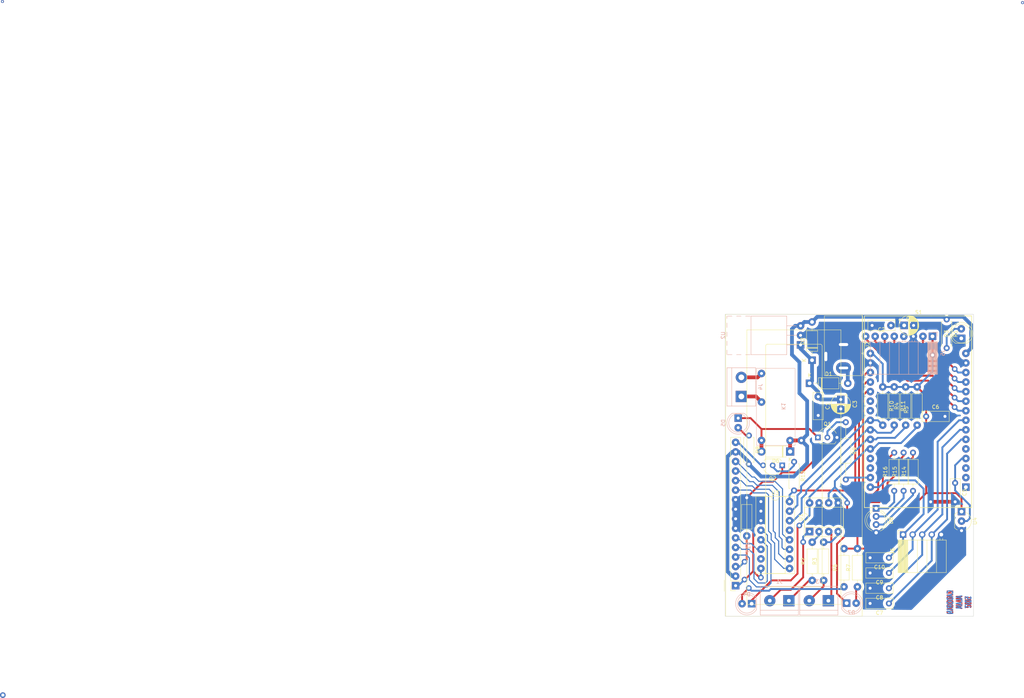
<source format=kicad_pcb>
(kicad_pcb (version 20221018) (generator pcbnew)
  (layers (0 "F.Cu" signal) (31 "B.Cu" signal) (34 "B.Paste" user) (35 "F.Paste" user) (36 "B.SilkS" user "B.Silkscreen") (37 "F.SilkS" user "F.Silkscreen") (38 "B.Mask" user) (39 "F.Mask" user) (44 "Edge.Cuts" user))
  (net 0 "")
  (net 1 "Net-(D1-K)")
  (net 2 "GND")
  (net 3 "+5V")
  (net 4 "Net-(D1-A)")
  (net 5 "Net-(D3-A)")
  (net 6 "Net-(D4-A)")
  (net 7 "Net-(D5-K)")
  (net 8 "Net-(D5-A)")
  (net 9 "Net-(D7-A)")
  (net 10 "+3.3V")
  (net 11 "Net-(DS1-VO)")
  (net 12 "/LCD_E")
  (net 13 "/LCD_R{slash}W")
  (net 14 "/LCD_RS")
  (net 15 "/LCD_4")
  (net 16 "/LCD_5")
  (net 17 "/LCD_6")
  (net 18 "/LCD_7")
  (net 19 "Net-(J3-Pin_1)")
  (net 20 "Net-(J3-Pin_2)")
  (net 21 "Net-(J4-Pin_1)")
  (net 22 "Net-(J4-Pin_2)")
  (net 23 "/RFID_SS")
  (net 24 "/RFID_SCK")
  (net 25 "/RFID_MOSI")
  (net 26 "/RFID_MISO")
  (net 28 "/RFID_RSI")
  (net 29 "Net-(Q1-B)")
  (net 30 "Net-(J1-Pin_1)")
  (net 31 "Net-(R2-Pad2)")
  (net 32 "Net-(R3-Pad2)")
  (net 33 "/RELÈ")
  (net 34 "/LCD_SDA")
  (net 35 "/LCD_SCL")
  (net 39 "/LM35")
  (net 42 "/PULS_4")
  (net 43 "/PULS_3")
  (net 44 "/PULS_2")
  (net 45 "/PULS_1")
  (net 48 "Net-(J1-Pin_2)")
  (net 51 "/ISO_IN_1")
  (net 52 "/ISO_IN_2")
  (net 53 "Net-(DS1-LED(-))")
  (net 54 "/LCD_LED")
  (net 56 "/RGB_R")
  (net 57 "/RGB_G")
  (net 58 "/RGB_B")
  (net 59 "Net-(D8-RK)")
  (net 60 "Net-(D8-GK)")
  (net 61 "Net-(D8-BK)")
  (footprint "Capacitor_THT:C_Disc_D7.0mm_W2.5mm_P5.00mm" (layer "F.Cu") (at 229.58 117.844 -90)
    (fp_text reference "C1")
    (fp_text value "10n")
  )
  (footprint "Resistor_THT:R_Axial_DIN0207_L6.3mm_D2.5mm_P10.16mm_Horizontal" (layer "F.Cu") (at 227.98 166.7 90)
    (fp_text reference "R2")
    (fp_text value "470")
  )
  (footprint "TPSIT FOFO:Connettore_Alimentazione_Femmina_2.5mm" (layer "F.Cu") (at 236.3095 104 -90)
    (fp_text reference "J2")
    (fp_text value "Barrel_Jack_Switch")
  )
  (footprint "Package_TO_SOT_THT:TO-92L_Inline_Wide" (layer "F.Cu") (at 220.01 136.11 180)
    (fp_text reference "Q2")
    (fp_text value "BC547")
  )
  (footprint "Resistor_THT:R_Axial_DIN0207_L6.3mm_D2.5mm_P10.16mm_Horizontal" (layer "F.Cu") (at 252.828 125.432 90)
    (fp_text reference "R4")
    (fp_text value "10k")
  )
  (footprint "Resistor_THT:R_Axial_DIN0207_L6.3mm_D2.5mm_P10.16mm_Horizontal" (layer "F.Cu") (at 255.876 125.432 90)
    (fp_text reference "R5")
    (fp_text value "10k")
  )
  (footprint "Resistor_THT:R_Axial_DIN0207_L6.3mm_D2.5mm_P10.16mm_Horizontal" (layer "F.Cu") (at 254.78 142.9 90)
    (fp_text reference "R14")
    (fp_text value "470")
  )
  (footprint "Resistor_THT:R_Axial_DIN0207_L6.3mm_D2.5mm_P15.24mm_Horizontal" (layer "F.Cu") (at 236.905 124.65 -90)
    (fp_text reference "R9")
    (fp_text value "10k")
  )
  (footprint "Package_DIP:DIP-16_W7.62mm_Socket" (layer "F.Cu") (at 214.34 145.744)
    (fp_text reference "U3")
    (fp_text value "PCF8574")
  )
  (footprint "TPSIT FOFO:MODULE_ESP32_DEVKIT_V1" (layer "F.Cu") (at 256.136 121.868)
    (fp_text reference "S1")
    (fp_text value "ESP32-WROOM-32")
  )
  (footprint "Resistor_THT:R_Axial_DIN0207_L6.3mm_D2.5mm_P7.62mm_Horizontal" (layer "F.Cu") (at 211.14 128.18 -90)
    (fp_text reference "R8")
    (fp_text value "470")
  )
  (footprint "Capacitor_THT:CP_Radial_D5.0mm_P2.50mm" (layer "F.Cu") (at 235.58 118.6 -90)
    (fp_text reference "C3")
    (fp_text value "220u")
  )
  (footprint "Capacitor_THT:C_Disc_D7.0mm_W2.5mm_P5.00mm" (layer "F.Cu") (at 248.37 172.83 180)
    (fp_text reference "C7")
    (fp_text value "100n")
  )
  (footprint "LED_THT:LED_D5.0mm" (layer "F.Cu") (at 267.62 102.36 90)
    (fp_text reference "D3")
    (fp_text value "LED" hide)
  )
  (footprint "LED_THT:LED_D5.0mm-4_RGB_Wide_Pins" (layer "F.Cu") (at 244.98 147.541 -90)
    (fp_text reference "D8")
    (fp_text value "LED_RGBA")
  )
  (footprint "Capacitor_THT:CP_Radial_D5.0mm_P2.50mm" (layer "F.Cu") (at 252.43 98.91)
    (fp_text reference "C4")
    (fp_text value "220u")
  )
  (footprint "TPSIT FOFO:Socket_DIP-8_dual_DIP-4" (layer "F.Cu") (at 227.28 153.72 90)
    (fp_text reference "U1")
    (fp_text value "Dual")
  )
  (footprint "TPSIT FOFO:LCD" (layer "F.Cu") (at 207.616 168.104 180)
    (fp_text reference "DS1" hide)
    (fp_text value "WC1602A")
  )
  (footprint "Resistor_THT:R_Axial_DIN0207_L6.3mm_D2.5mm_P10.16mm_Horizontal" (layer "F.Cu") (at 252.28 142.9 90)
    (fp_text reference "R15")
    (fp_text value "470")
  )
  (footprint "Resistor_THT:R_Axial_DIN0207_L6.3mm_D2.5mm_P10.16mm_Horizontal" (layer "F.Cu") (at 249.78 142.9 90)
    (fp_text reference "R16")
    (fp_text value "470")
  )
  (footprint "Resistor_THT:R_Axial_DIN0207_L6.3mm_D2.5mm_P7.62mm_Horizontal" (layer "F.Cu") (at 263.73 97.32 -90)
    (fp_text reference "R1")
    (fp_text value "470")
  )
  (footprint "Resistor_THT:R_Axial_DIN0207_L6.3mm_D2.5mm_P10.16mm_Horizontal" (layer "F.Cu") (at 231.028 166.7 90)
    (fp_text reference "R3")
    (fp_text value "470")
  )
  (footprint "Capacitor_THT:C_Disc_D7.0mm_W2.5mm_P5.00mm" (layer "F.Cu") (at 265.98 140.8 -90)
    (fp_text reference "C5")
    (fp_text value "100n")
  )
  (footprint "Resistor_THT:R_Axial_DIN0207_L6.3mm_D2.5mm_P10.16mm_Horizontal" (layer "F.Cu") (at 240.005 168.41 90)
    (fp_text reference "R7")
    (fp_text value "470")
  )
  (footprint "Resistor_THT:R_Axial_DIN0207_L6.3mm_D2.5mm_P10.16mm_Horizontal" (layer "F.Cu") (at 236.43 168.41 90)
    (fp_text reference "R6")
    (fp_text value "470")
  )
  (footprint "Diode_THT:D_DO-41_SOD81_P10.16mm_Horizontal" (layer "F.Cu") (at 227.28 114.3)
    (fp_text reference "D1")
    (fp_text value "1N4004")
  )
  (footprint "Resistor_THT:R_Axial_DIN0207_L6.3mm_D2.5mm_P7.62mm_Horizontal" (layer "F.Cu") (at 223.16 135.17 -90)
    (fp_text reference "R13")
    (fp_text value "2K")
  )
  (footprint "Package_TO_SOT_THT:TO-92_Inline_Wide" (layer "F.Cu") (at 267.68 148.4 -90)
    (fp_text reference "U4")
    (fp_text value "MCP9700Ax-ETT")
  )
  (footprint "Capacitor_THT:C_Disc_D7.0mm_W2.5mm_P5.00mm" (layer "F.Cu") (at 248.91 98.92 180)
    (fp_text reference "C2")
    (fp_text value "10n")
  )
  (footprint "Capacitor_THT:C_Disc_D7.0mm_W2.5mm_P5.00mm" (layer "F.Cu") (at 258.28 123.1)
    (fp_text reference "C6")
    (fp_text value "100n")
  )
  (footprint "Diode_THT:D_DO-41_SOD81_P10.16mm_Horizontal" (layer "F.Cu") (at 227.936 108.16 90)
    (fp_text reference "D2")
    (fp_text value "1N4004")
  )
  (footprint "Capacitor_THT:C_Disc_D7.0mm_W2.5mm_P5.00mm" (layer "F.Cu") (at 248.37 164.73 180)
    (fp_text reference "C9")
    (fp_text value "100n")
  )
  (footprint "Resistor_THT:R_Axial_DIN0207_L6.3mm_D2.5mm_P10.16mm_Horizontal" (layer "F.Cu") (at 210.58 154.88 90)
    (fp_text reference "R12")
    (fp_text value "2K")
  )
  (footprint "Resistor_THT:R_Axial_DIN0207_L6.3mm_D2.5mm_P10.16mm_Horizontal" (layer "F.Cu") (at 249.78 115.272 -90)
    (fp_text reference "R11")
    (fp_text value "10k")
  )
  (footprint "Capacitor_THT:C_Disc_D7.0mm_W2.5mm_P5.00mm" (layer "F.Cu") (at 248.37 168.78 180)
    (fp_text reference "C8")
    (fp_text value "100n")
  )
  (footprint "Capacitor_THT:C_Disc_D7.0mm_W2.5mm_P5.00mm" (layer "F.Cu") (at 248.37 160.68 180)
    (fp_text reference "C10")
    (fp_text value "100n")
  )
  (footprint "Resistor_THT:R_Axial_DIN0207_L6.3mm_D2.5mm_P10.16mm_Horizontal" (layer "F.Cu") (at 246.732 115.272 -90)
    (fp_text reference "R10")
    (fp_text value "10k")
  )
  (footprint "Connector_PinSocket_2.54mm:PinSocket_1x05_P2.54mm_Horizontal" (layer "F.Cu") (at 252.14 154.52 90)
    (fp_text reference "J6")
    (fp_text value "Conn_01x05_Socket")
  )
  (footprint "Diode_THT:D_DO-41_SOD81_P7.62mm_Horizontal" (layer "F.Cu") (at 222.11 132.44 180)
    (fp_text reference "D6")
    (fp_text value "1N4004")
  )
  (footprint "Package_TO_SOT_THT:TO-92L_Inline_Wide" (layer "F.Cu") (at 229.48 128.7)
    (fp_text reference "Q1")
    (fp_text value "BC547")
  )
  (footprint "TPSIT FOFO:TerminalBlock_bornier-2_P5.08mm" (layer "B.Cu") (at 209.14 117.804 90)
    (fp_text reference "J4")
    (fp_text value "Screw_Terminal_01x02")
  )
  (footprint "LED_THT:LED_D5.0mm" (layer "B.Cu") (at 211.88 172.9 180)
    (fp_text reference "D4")
    (fp_text value "LED")
  )
  (footprint "TPSIT FOFO:Rele_HF33F_CodiceRS_176-2640" (layer "B.Cu") (at 218.284 120.3948 90)
    (fp_text reference "K1")
    (fp_text value "Relay_SPST-NO")
  )
  (footprint "Package_TO_SOT_THT:TO-220-3_Horizontal_TabUp" (layer "B.Cu") (at 224.888 104.096 90)
    (fp_text reference "U2")
    (fp_text value "LM7805_TO220")
  )
  (footprint "TPSIT FOFO:TerminalBlock_bornier-2_P5.08mm" (layer "B.Cu") (at 221.78 172.1 180)
    (fp_text reference "J1")
    (fp_text value "Screw_Terminal_01x02")
  )
  (footprint "Connector_PinSocket_2.54mm:PinSocket_1x08_P2.54mm_Horizontal" (layer "B.Cu") (at 259.96 101.82 90)
    (fp_text reference "J5")
    (fp_text value "Conn_01x08_Socket")
  )
  (footprint "LED_THT:LED_D5.0mm" (layer "B.Cu") (at 208.3 123.565 -90)
    (fp_text reference "D5")
    (fp_text value "LED")
  )
  (footprint "LED_THT:LED_D5.0mm" (layer "B.Cu") (at 237.13 172.75)
    (fp_text reference "D7")
    (fp_text value "LED")
  )
  (footprint "TPSIT FOFO:TerminalBlock_bornier-2_P5.08mm" (layer "B.Cu") (at 232.28 172.1 180)
    (fp_text reference "J3")
    (fp_text value "Screw_Terminal_01x02")
  )
  (gr_rect (start 204.828 95.968) (end 270.868 176.224) (stroke (width 0.1)) (fill none) (layer "Edge.Cuts"))
  (gr_text "CADORIN\nALAN\n5DIT" (at 267.08 172.5 90) (layer "F.Cu") (effects (font (size 1.5 1) (thickness 0.25) bold)))
  (gr_text "CADORIN\nALAN\n5DIT" (at 267.08 172.5 90) (layer "B.Cu") (effects (font (size 1.5 1) (thickness 0.25) bold) (justify mirror)))
  (via (at 12.7 12.8) (size 0.8) (drill 0.4) (layers "F.Cu" "B.Cu") (net 0))
  (via (at 283.9 13.1) (size 0.8) (drill 0.4) (layers "F.Cu" "B.Cu") (net 0))
  (via (at 12.8 197.2) (size 1.5) (drill 0.8) (layers "F.Cu" "B.Cu") (net 0))
  (segment (start 224.888 104.096) (end 224.888 105.112) (width 1) (layer "B.Cu") (net 1))
  (segment (start 229.58 117.844) (end 229.58 117.95) (width 1) (layer "B.Cu") (net 1))
  (segment (start 224.888 105.112) (end 227.936 108.16) (width 1) (layer "B.Cu") (net 1))
  (segment (start 229.58 116.6) (end 227.28 114.3) (width 1) (layer "B.Cu") (net 1))
  (segment (start 229.58 117.844) (end 229.58 116.6) (width 1) (layer "B.Cu") (net 1))
  (segment (start 230.23 118.6) (end 235.58 118.6) (width 1) (layer "B.Cu") (net 1))
  (segment (start 227.936 113.644) (end 227.28 114.3) (width 1) (layer "B.Cu") (net 1))
  (segment (start 229.58 117.95) (end 230.23 118.6) (width 1) (layer "B.Cu") (net 1))
  (segment (start 227.936 108.16) (end 227.936 113.644) (width 1) (layer "B.Cu") (net 1))
  (segment (start 212.308 164.272) (end 212.308 146.448) (width 0.5) (layer "F.Cu") (net 2))
  (segment (start 265.98 145.8) (end 259.47 145.81) (width 1) (layer "F.Cu") (net 2))
  (segment (start 210.1 166.48) (end 212.308 164.272) (width 0.5) (layer "F.Cu") (net 2))
  (segment (start 259.47 145.81) (end 259.66 145.8) (width 1) (layer "F.Cu") (net 2))
  (segment (start 210.58 144.72) (end 214.85 140.45) (width 0.5) (layer "F.Cu") (net 2))
  (segment (start 214.34 165.9465) (end 213.9825 165.9465) (width 0.5) (layer "F.Cu") (net 2))
  (segment (start 220.01 137.99) (end 220.01 136.11) (width 0.5) (layer "F.Cu") (net 2))
  (segment (start 213.9825 165.9465) (end 212.308 164.272) (width 0.5) (layer "F.Cu") (net 2))
  (segment (start 225.27 137.99) (end 220.01 137.99) (width 0.5) (layer "F.Cu") (net 2))
  (segment (start 209.98 166.48) (end 210.1 166.48) (width 0.5) (layer "F.Cu") (net 2))
  (segment (start 217.55 140.45) (end 220.01 137.99) (width 0.5) (layer "F.Cu") (net 2))
  (segment (start 234.56 128.7) (end 225.27 137.99) (width 0.5) (layer "F.Cu") (net 2))
  (segment (start 214.85 140.45) (end 217.55 140.45) (width 0.5) (layer "F.Cu") (net 2))
  (segment (start 212.308 146.448) (end 210.58 144.72) (width 0.5) (layer "F.Cu") (net 2))
  (via (at 259.47 145.81) (size 1.5) (drill 0.8) (layers "F.Cu" "B.Cu") (net 2))
  (via (at 214.34 165.9465) (size 1.5) (drill 0.8) (layers "F.Cu" "B.Cu") (net 2))
  (via (at 209.98 166.48) (size 1.5) (drill 0.8) (layers "F.Cu" "B.Cu") (net 2))
  (segment (start 209.98 166.48) (end 208.356 168.104) (width 0.5) (layer "B.Cu") (net 2))
  (segment (start 208.356 168.104) (end 207.616 168.104) (width 0.5) (layer "B.Cu") (net 2))
  (segment (start 214.34 163.524) (end 214.34 165.9465) (width 0.5) (layer "B.Cu") (net 2))
  (segment (start 222.099 132.429) (end 222.11 132.44) (width 1) (layer "F.Cu") (net 3))
  (segment (start 222.099 129.5134) (end 222.099 132.429) (width 1) (layer "F.Cu") (net 3))
  (segment (start 222.1124 129.5) (end 222.099 129.5134) (width 1) (layer "F.Cu") (net 3))
  (segment (start 225.11 129.5) (end 222.1124 129.5) (width 1) (layer "F.Cu") (net 3))
  (via (at 225.11 129.5) (size 2) (drill 0.8) (layers "F.Cu" "B.Cu") (net 3))
  (segment (start 225.11 129.5) (end 226.64 127.97) (width 1) (layer "B.Cu") (net 3))
  (segment (start 248.92 98.91) (end 248.91 98.92) (width 1) (layer "B.Cu") (net 3))
  (segment (start 207.616 132.544) (end 208.444 132.544) (width 1) (layer "B.Cu") (net 3))
  (segment (start 268.15 96.63) (end 264.42 96.63) (width 1) (layer "B.Cu") (net 3))
  (segment (start 270.2 104.66) (end 270.22 104.64) (width 1) (layer "B.Cu") (net 3))
  (segment (start 225.11 129.5) (end 226.64 131.03) (width 1) (layer "B.Cu") (net 3))
  (segment (start 223.09 139.08) (end 214.42 139.08) (width 1) (layer "B.Cu") (net 3))
  (segment (start 223.464 99.016) (end 224.888 99.016) (width 1) (layer "B.Cu") (net 3))
  (segment (start 263.04 96.63) (end 262.68 96.63) (width 1) (layer "B.Cu") (net 3))
  (segment (start 252.43 98.91) (end 250.56 98.91) (width 1) (layer "B.Cu") (net 3))
  (segment (start 226.64 131.03) (end 226.64 135.53) (width 1) (layer "B.Cu") (net 3))
  (segment (start 207.624 165.556) (end 207.616 165.564) (width 0.5) (layer "B.Cu") (net 3))
  (segment (start 229.306 96.63) (end 227.936 98) (width 1) (layer "B.Cu") (net 3))
  (segment (start 263.73 97.32) (end 263.04 96.63) (width 1) (layer "B.Cu") (net 3))
  (segment (start 226.64 127.97) (end 226.64 118.99) (width 1) (layer "B.Cu") (net 3))
  (segment (start 208.444 132.544) (end 211.14 135.24) (width 1) (layer "B.Cu") (net 3))
  (segment (start 205.44 164.276) (end 205.44 133.816) (width 1) (layer "B.Cu") (net 3))
  (segment (start 227.936 98) (end 225.904 98) (width 1) (layer "B.Cu") (net 3))
  (segment (start 262.68 96.63) (end 250.53 96.63) (width 1) (layer "B.Cu") (net 3))
  (segment (start 205.44 133.816) (end 206.712 132.544) (width 1) (layer "B.Cu") (net 3))
  (segment (start 214.42 139.08) (end 211.14 135.8) (width 1) (layer "B.Cu") (net 3))
  (segment (start 268.836 106.353) (end 270.2 104.989) (width 1) (layer "B.Cu") (net 3))
  (segment (start 270.22 104.64) (end 270.22 98.7) (width 1) (layer "B.Cu") (net 3))
  (segment (start 207.616 165.564) (end 206.728 165.564) (width 1) (layer "B.Cu") (net 3))
  (segment (start 222.6 106.7) (end 222.6 99.88) (width 1) (layer "B.Cu") (net 3))
  (segment (start 226.64 118.99) (end 224.59 116.94) (width 1) (layer "B.Cu") (net 3))
  (segment (start 250.56 98.91) (end 250.56 96.66) (width 1) (layer "B.Cu") (net 3))
  (segment (start 225.904 98) (end 224.888 99.016) (width 1) (layer "B.Cu") (net 3))
  (segment (start 206.728 165.564) (end 205.44 164.276) (width 1) (layer "B.Cu") (net 3))
  (segment (start 250.53 96.63) (end 229.306 96.63) (width 1) (layer "B.Cu") (net 3))
  (segment (start 222.6 99.88) (end 223.464 99.016) (width 1) (layer "B.Cu") (net 3))
  (segment (start 250.56 98.91) (end 248.92 98.91) (width 1) (layer "B.Cu") (net 3))
  (segment (start 211.14 135.24) (end 211.14 135.8) (width 1) (layer "B.Cu") (net 3))
  (segment (start 270.22 98.7) (end 268.15 96.63) (width 1) (layer "B.Cu") (net 3))
  (segment (start 264.42 96.63) (end 263.73 97.32) (width 1) (layer "B.Cu") (net 3))
  (segment (start 226.64 135.53) (end 223.09 139.08) (width 1) (layer "B.Cu") (net 3))
  (segment (start 206.712 132.544) (end 207.616 132.544) (width 1) (layer "B.Cu") (net 3))
  (segment (start 224.59 116.94) (end 224.59 108.69) (width 1) (layer "B.Cu") (net 3))
  (segment (start 270.2 104.989) (end 270.2 104.66) (width 1) (layer "B.Cu") (net 3))
  (segment (start 224.59 108.69) (end 222.6 106.7) (width 1) (layer "B.Cu") (net 3))
  (segment (start 237.44 111.3535) (end 236.3095 110.223) (width 1) (layer "B.Cu") (net 4))
  (segment (start 237.44 114.3) (end 237.44 111.3535) (width 1) (layer "B.Cu") (net 4))
  (segment (start 265.8 99.82) (end 267.62 99.82) (width 0.5) (layer "B.Cu") (net 5))
  (segment (start 263.73 104.94) (end 263.73 101.89) (width 0.5) (layer "B.Cu") (net 5))
  (segment (start 263.73 101.89) (end 265.8 99.82) (width 0.5) (layer "B.Cu") (net 5))
  (segment (start 211.13 168.75) (end 209.34 170.54) (width 0.5) (layer "F.Cu") (net 6))
  (segment (start 209.34 170.54) (end 209.34 172.9) (width 0.5) (layer "F.Cu") (net 6))
  (via (at 211.13 168.75) (size 1.5) (drill 0.8) (layers "F.Cu" "B.Cu") (net 6))
  (segment (start 211.83 169.45) (end 216.53 169.45) (width 0.5) (layer "B.Cu") (net 6))
  (segment (start 216.98 169) (end 235.84 169) (width 0.5) (layer "B.Cu") (net 6))
  (segment (start 211.13 168.75) (end 211.83 169.45) (width 0.5) (layer "B.Cu") (net 6))
  (segment (start 235.84 169) (end 236.43 168.41) (width 0.5) (layer "B.Cu") (net 6))
  (segment (start 216.53 169.45) (end 216.98 169) (width 0.5) (layer "B.Cu") (net 6))
  (segment (start 214.49 129.4974) (end 214.4994 129.488) (width 1) (layer "F.Cu") (net 7))
  (segment (start 227.23 126.45) (end 229.48 128.7) (width 0.5) (layer "F.Cu") (net 7))
  (segment (start 214.4894 126.4594) (end 214.4994 126.4594) (width 0.5) (layer "F.Cu") (net 7))
  (segment (start 208.3 123.565) (end 211.595 123.565) (width 0.5) (layer "F.Cu") (net 7))
  (segment (start 214.5088 126.45) (end 227.23 126.45) (width 0.5) (layer "F.Cu") (net 7))
  (segment (start 211.595 123.565) (end 214.4894 126.4594) (width 0.5) (layer "F.Cu") (net 7))
  (segment (start 214.4994 126.4594) (end 214.4994 129.488) (width 0.5) (layer "F.Cu") (net 7))
  (segment (start 214.4994 126.4594) (end 214.5088 126.45) (width 0.5) (layer "F.Cu") (net 7))
  (segment (start 214.49 132.44) (end 214.49 129.4974) (width 1) (layer "F.Cu") (net 7))
  (segment (start 211.14 128.18) (end 210.375 128.18) (width 0.5) (layer "F.Cu") (net 8))
  (segment (start 210.375 128.18) (end 208.3 126.105) (width 0.5) (layer "F.Cu") (net 8))
  (segment (start 239.67 172.75) (end 239.67 168.745) (width 0.5) (layer "F.Cu") (net 9))
  (segment (start 239.67 168.745) (end 240.005 168.41) (width 0.5) (layer "F.Cu") (net 9))
  (segment (start 266.28 143.5) (end 258.28 143.5) (width 0.5) (layer "F.Cu") (net 10))
  (segment (start 240.005 146.125) (end 236.68 142.8) (width 0.5) (layer "F.Cu") (net 10))
  (segment (start 267.68 148.4) (end 267.68 144.9) (width 0.5) (layer "F.Cu") (net 10))
  (segment (start 258.28 117.676) (end 255.876 115.272) (width 0.5) (layer "F.Cu") (net 10))
  (segment (start 236.68 142.8) (end 223.17 142.8) (width 0.5) (layer "F.Cu") (net 10))
  (segment (start 240.005 158.25) (end 240.005 146.125) (width 0.5) (layer "F.Cu") (net 10))
  (segment (start 240.005 158.25) (end 236.43 158.25) (width 0.5) (layer "F.Cu") (net 10))
  (segment (start 223.17 142.8) (end 223.16 142.79) (width 0.5) (layer "F.Cu") (net 10))
  (segment (start 259.98 101.84) (end 259.96 101.82) (width 0.5) (layer "F.Cu") (net 10))
  (segment (start 258.28 143.5) (end 243.53 158.25) (width 0.5) (layer "F.Cu") (net 10))
  (segment (start 243.53 158.25) (end 240.005 158.25) (width 0.5) (layer "F.Cu") (net 10))
  (segment (start 259.96 101.82) (end 259.96 102.525) (width 0.5) (layer "F.Cu") (net 10))
  (segment (start 267.68 144.9) (end 266.28 143.5) (width 0.5) (layer "F.Cu") (net 10))
  (segment (start 258.28 143.5) (end 258.28 117.676) (width 0.5) (layer "F.Cu") (net 10))
  (segment (start 259.98 106.8) (end 259.98 101.84) (width 0.5) (layer "F.Cu") (net 10))
  (via (at 259.98 106.8) (size 1.5) (drill 0.8) (layers "F.Cu" "B.Cu") (net 10))
  (segment (start 252.828 115.272) (end 249.78 115.272) (width 0.5) (layer "B.Cu") (net 10))
  (segment (start 246.732 109.127) (end 243.958 106.353) (width 0.5) (layer "B.Cu") (net 10))
  (segment (start 221.96 145.744) (end 221.96 143.99) (width 0.5) (layer "B.Cu") (net 10))
  (segment (start 259.98 111.168) (end 255.876 115.272) (width 0.5) (layer "B.Cu") (net 10))
  (segment (start 259.98 106.8) (end 259.98 111.168) (width 0.5) (layer "B.Cu") (net 10))
  (segment (start 243.958 106.353) (end 243.436 106.353) (width 0.5) (layer "B.Cu") (net 10))
  (segment (start 246.732 115.272) (end 249.78 115.272) (width 0.5) (layer "B.Cu") (net 10))
  (segment (start 252.828 115.272) (end 255.876 115.272) (width 0.5) (layer "B.Cu") (net 10))
  (segment (start 246.732 115.272) (end 246.732 109.127) (width 0.5) (layer "B.Cu") (net 10))
  (segment (start 221.96 143.99) (end 223.16 142.79) (width 0.5) (layer "B.Cu") (net 10))
  (segment (start 210.58 161.16) (end 210.58 154.88) (width 0.5) (layer "F.Cu") (net 11))
  (segment (start 210 161.74) (end 209.668 161.74) (width 0.5) (layer "F.Cu") (net 11))
  (segment (start 209.668 161.74) (end 209.648 161.76) (width 0.5) (layer "F.Cu") (net 11))
  (segment (start 210 161.74) (end 210.58 161.16) (width 0.5) (layer "F.Cu") (net 11))
  (via (at 210 161.74) (size 1.5) (drill 0.8) (layers "F.Cu" "B.Cu") (net 11))
  (segment (start 208.716 163.024) (end 207.616 163.024) (width 0.5) (layer "B.Cu") (net 11))
  (segment (start 210 161.74) (end 208.716 163.024) (width 0.5) (layer "B.Cu") (net 11))
  (segment (start 214.744 153.364) (end 216.08 154.7) (width 0.3) (layer "B.Cu") (net 12))
  (segment (start 213.15 168.43) (end 211.292 166.572) (width 0.3) (layer "B.Cu") (net 12))
  (segment (start 217.02 167.448) (end 216.038 168.43) (width 0.3) (layer "B.Cu") (net 12))
  (segment (start 216.08 156.2) (end 217.02 157.14) (width 0.3) (layer "B.Cu") (net 12))
  (segment (start 210.505296 159.968) (end 208.132 159.968) (width 0.3) (layer "B.Cu") (net 12))
  (segment (start 211.292 160.754704) (end 210.505296 159.968) (width 0.3) (layer "B.Cu") (net 12))
  (segment (start 216.038 168.43) (end 213.15 168.43) (width 0.3) (layer "B.Cu") (net 12))
  (segment (start 217.02 157.14) (end 217.02 167.448) (width 0.3) (layer "B.Cu") (net 12))
  (segment (start 211.292 166.572) (end 211.292 160.754704) (width 0.3) (layer "B.Cu") (net 12))
  (segment (start 208.132 159.968) (end 207.616 160.484) (width 0.3) (layer "B.Cu") (net 12))
  (segment (start 216.08 154.7) (end 216.08 156.2) (width 0.3) (layer "B.Cu") (net 12))
  (segment (start 214.34 153.364) (end 214.744 153.364) (width 0.3) (layer "B.Cu") (net 12))
  (segment (start 211.180799 158.444) (end 212.5 159.763201) (width 0.3) (layer "B.Cu") (net 13))
  (segment (start 212.5 159.763201) (end 212.5 166.256) (width 0.3) (layer "B.Cu") (net 13))
  (segment (start 208.752 157.936) (end 209.26 158.444) (width 0.3) (layer "B.Cu") (net 13))
  (segment (start 216.04 166.904) (end 216.04 157.604) (width 0.3) (layer "B.Cu") (net 13))
  (segment (start 209.26 158.444) (end 211.180799 158.444) (width 0.3) (layer "B.Cu") (net 13))
  (segment (start 213.64 167.396) (end 215.548 167.396) (width 0.3) (layer "B.Cu") (net 13))
  (segment (start 216.04 157.604) (end 214.34 155.904) (width 0.3) (layer "B.Cu") (net 13))
  (segment (start 215.548 167.396) (end 216.04 166.904) (width 0.3) (layer "B.Cu") (net 13))
  (segment (start 207.616 157.944) (end 207.624 157.936) (width 0.3) (layer "B.Cu") (net 13))
  (segment (start 212.5 166.256) (end 213.64 167.396) (width 0.3) (layer "B.Cu") (net 13))
  (segment (start 207.624 157.936) (end 208.752 157.936) (width 0.3) (layer "B.Cu") (net 13))
  (segment (start 211.8 156.92) (end 213.324 158.444) (width 0.3) (layer "B.Cu") (net 14))
  (segment (start 213.324 158.444) (end 214.34 158.444) (width 0.3) (layer "B.Cu") (net 14))
  (segment (start 209.768 156.92) (end 211.8 156.92) (width 0.3) (layer "B.Cu") (net 14))
  (segment (start 208.252 155.404) (end 209.768 156.92) (width 0.3) (layer "B.Cu") (net 14))
  (segment (start 207.616 155.404) (end 208.252 155.404) (width 0.3) (layer "B.Cu") (net 14))
  (segment (start 217.08 155.904) (end 217.99 156.814) (width 0.3) (layer "B.Cu") (net 15))
  (segment (start 217.99 161.078) (end 220.436 163.524) (width 0.3) (layer "B.Cu") (net 15))
  (segment (start 207.63 142.69) (end 211.59 142.69) (width 0.3) (layer "B.Cu") (net 15))
  (segment (start 216.372 143.992) (end 216.372 153.592) (width 0.3) (layer "B.Cu") (net 15))
  (segment (start 220.436 163.524) (end 221.96 163.524) (width 0.3) (layer "B.Cu") (net 15))
  (segment (start 207.616 142.704) (end 207.624 142.696) (width 0.5) (layer "B.Cu") (net 15))
  (segment (start 217.08 154.3) (end 217.08 155.904) (width 0.3) (layer "B.Cu") (net 15))
  (segment (start 207.616 142.704) (end 207.63 142.69) (width 0.3) (layer "B.Cu") (net 15))
  (segment (start 211.59 142.69) (end 212.34 143.44) (width 0.3) (layer "B.Cu") (net 15))
  (segment (start 212.34 143.44) (end 215.82 143.44) (width 0.3) (layer "B.Cu") (net 15))
  (segment (start 215.82 143.44) (end 216.372 143.992) (width 0.3) (layer "B.Cu") (net 15))
  (segment (start 217.99 156.814) (end 217.99 161.078) (width 0.3) (layer "B.Cu") (net 15))
  (segment (start 216.372 153.592) (end 217.08 154.3) (width 0.3) (layer "B.Cu") (net 15))
  (segment (start 217.64 143.56) (end 217.64 153.56) (width 0.3) (layer "B.Cu") (net 16))
  (segment (start 212.92 142.47) (end 216.55 142.47) (width 0.3) (layer "B.Cu") (net 16))
  (segment (start 218.17 154.09) (end 218.17 155.36) (width 0.3) (layer "B.Cu") (net 16))
  (segment (start 218.17 155.36) (end 219.06 156.25) (width 0.3) (layer "B.Cu") (net 16))
  (segment (start 220.436 160.984) (end 221.96 160.984) (width 0.3) (layer "B.Cu") (net 16))
  (segment (start 219.06 156.25) (end 219.06 159.608) (width 0.3) (layer "B.Cu") (net 16))
  (segment (start 217.64 153.56) (end 218.17 154.09) (width 0.3) (layer "B.Cu") (net 16))
  (segment (start 219.06 159.608) (end 220.436 160.984) (width 0.3) (layer "B.Cu") (net 16))
  (segment (start 210.49 141.58) (end 212.03 141.58) (width 0.3) (layer "B.Cu") (net 16))
  (segment (start 207.616 140.164) (end 209.074 140.164) (width 0.3) (layer "B.Cu") (net 16))
  (segment (start 212.03 141.58) (end 212.92 142.47) (width 0.3) (layer "B.Cu") (net 16))
  (segment (start 216.55 142.47) (end 217.64 143.56) (width 0.3) (layer "B.Cu") (net 16))
  (segment (start 209.074 140.164) (end 210.49 141.58) (width 0.3) (layer "B.Cu") (net 16))
  (segment (start 219.22 143.24) (end 217.4 141.42) (width 0.3) (layer "B.Cu") (net 17))
  (segment (start 213.3 141.42) (end 212.33 140.45) (width 0.3) (layer "B.Cu") (net 17))
  (segment (start 219.96 157.968) (end 219.96 155.78) (width 0.3) (layer "B.Cu") (net 17))
  (segment (start 221.96 158.444) (end 220.436 158.444) (width 0.3) (layer "B.Cu") (net 17))
  (segment (start 212.33 140.45) (end 211.38 140.45) (width 0.3) (layer "B.Cu") (net 17))
  (segment (start 217.4 141.42) (end 213.3 141.42) (width 0.3) (layer "B.Cu") (net 17))
  (segment (start 219.96 155.78) (end 219.22 155.04) (width 0.3) (layer "B.Cu") (net 17))
  (segment (start 208.554 137.624) (end 207.616 137.624) (width 0.3) (layer "B.Cu") (net 17))
  (segment (start 220.436 158.444) (end 219.96 157.968) (width 0.3) (layer "B.Cu") (net 17))
  (segment (start 211.38 140.45) (end 208.554 137.624) (width 0.3) (layer "B.Cu") (net 17))
  (segment (start 219.22 155.04) (end 219.22 143.24) (width 0.3) (layer "B.Cu") (net 17))
  (segment (start 220.09 154.414) (end 221.58 155.904) (width 0.3) (layer "B.Cu") (net 18))
  (segment (start 218.09139 140.37) (end 220.09 142.36861) (width 0.3) (layer "B.Cu") (net 18))
  (segment (start 207.616 135.084) (end 207.864 135.084) (width 0.3) (layer "B.Cu") (net 18))
  (segment (start 212.63 139.22) (end 213.78 140.37) (width 0.3) (layer "B.Cu") (net 18))
  (segment (start 207.864 135.084) (end 212 139.22) (width 0.3) (layer "B.Cu") (net 18))
  (segment (start 220.09 142.36861) (end 220.09 154.414) (width 0.3) (layer "B.Cu") (net 18))
  (segment (start 221.58 155.904) (end 221.96 155.904) (width 0.3) (layer "B.Cu") (net 18))
  (segment (start 213.78 140.37) (end 218.09139 140.37) (width 0.3) (layer "B.Cu") (net 18))
  (segment (start 212 139.22) (end 212.63 139.22) (width 0.3) (layer "B.Cu") (net 18))
  (segment (start 227.2 172.08) (end 227.2 172.1) (width 0.5) (layer "F.Cu") (net 19))
  (segment (start 231.028 168.252) (end 227.2 172.08) (width 0.5) (layer "F.Cu") (net 19))
  (segment (start 231.028 166.7) (end 231.028 168.252) (width 0.5) (layer "F.Cu") (net 19))
  (segment (start 227.308 172.1) (end 227.3 172.1) (width 1) (layer "B.Cu") (net 19))
  (segment (start 233.067107 171.312893) (end 232.28 172.1) (width 0.5) (layer "F.Cu") (net 20))
  (segment (start 232.36 153.72) (end 233.067107 154.427107) (width 0.5) (layer "F.Cu") (net 20))
  (segment (start 233.067107 154.427107) (end 233.067107 171.312893) (width 0.5) (layer "F.Cu") (net 20))
  (segment (start 213.4642 112.724) (end 214.4994 111.6888) (width 1) (layer "F.Cu") (net 21))
  (segment (start 209.14 112.724) (end 213.4642 112.724) (width 1) (layer "F.Cu") (net 21))
  (segment (start 209.14 117.804) (end 213.015 117.804) (width 1) (layer "F.Cu") (net 22))
  (segment (start 213.015 117.804) (end 214.4994 119.2884) (width 1) (layer "F.Cu") (net 22))
  (segment (start 265.838 120.658) (end 265.838 120.662) (width 0.5) (layer "F.Cu") (net 23))
  (segment (start 258.78 113.6) (end 265.838 120.658) (width 0.5) (layer "F.Cu") (net 23))
  (segment (start 253.305 113.6) (end 258.78 113.6) (width 0.5) (layer "F.Cu") (net 23))
  (segment (start 242.18 102.475) (end 253.305 113.6) (width 0.5) (layer "F.Cu") (net 23))
  (segment (start 242.18 101.82) (end 242.18 102.475) (width 0.5) (layer "F.Cu") (net 23))
  (via (at 265.838 120.662) (size 1.5) (drill 0.8) (layers "F.Cu" "B.Cu") (net 23))
  (segment (start 266.769 121.593) (end 265.838 120.662) (width 0.5) (layer "B.Cu") (net 23))
  (segment (start 268.836 121.593) (end 266.769 121.593) (width 0.5) (layer "B.Cu") (net 23))
  (segment (start 244.72 103.165) (end 253.855 112.3) (width 0.5) (layer "F.Cu") (net 24))
  (segment (start 260.016 112.3) (end 265.838 118.122) (width 0.5) (layer "F.Cu") (net 24))
  (segment (start 244.72 101.82) (end 244.72 103.165) (width 0.5) (layer "F.Cu") (net 24))
  (segment (start 253.855 112.3) (end 260.016 112.3) (width 0.5) (layer "F.Cu") (net 24))
  (via (at 265.838 118.122) (size 1.5) (drill 0.8) (layers "F.Cu" "B.Cu") (net 24))
  (segment (start 268.836 119.053) (end 266.769 119.053) (width 0.5) (layer "B.Cu") (net 24))
  (segment (start 266.769 119.053) (end 265.838 118.122) (width 0.5) (layer "B.Cu") (net 24))
  (segment (start 261.256 111) (end 265.838 115.582) (width 0.5) (layer "F.Cu") (net 25))
  (segment (start 247.26 103.68) (end 254.58 111) (width 0.5) (layer "F.Cu") (net 25))
  (segment (start 247.26 101.82) (end 247.26 103.68) (width 0.5) (layer "F.Cu") (net 25))
  (segment (start 254.58 111) (end 261.256 111) (width 0.5) (layer "F.Cu") (net 25))
  (via (at 265.838 115.582) (size 1.5) (drill 0.8) (layers "F.Cu" "B.Cu") (net 25))
  (segment (start 268.836 116.513) (end 266.769 116.513) (width 0.5) (layer "B.Cu") (net 25))
  (segment (start 266.769 116.513) (end 265.838 115.582) (width 0.5) (layer "B.Cu") (net 25))
  (segment (start 262.496 109.7) (end 265.838 113.042) (width 0.5) (layer "F.Cu") (net 26))
  (segment (start 249.8 104.22) (end 255.28 109.7) (width 0.5) (layer "F.Cu") (net 26))
  (segment (start 249.8 101.82) (end 249.8 104.22) (width 0.5) (layer "F.Cu") (net 26))
  (segment (start 255.28 109.7) (end 262.496 109.7) (width 0.5) (layer "F.Cu") (net 26))
  (via (at 265.838 113.042) (size 1.5) (drill 0.8) (layers "F.Cu" "B.Cu") (net 26))
  (segment (start 266.769 113.973) (end 265.838 113.042) (width 0.5) (layer "B.Cu") (net 26))
  (segment (start 268.836 113.973) (end 266.769 113.973) (width 0.5) (layer "B.Cu") (net 26))
  (segment (start 258.88 108.4) (end 263.752512 108.4) (width 0.5) (layer "F.Cu") (net 28))
  (segment (start 257.42 101.82) (end 257.42 106.94) (width 0.5) (layer "F.Cu") (net 28))
  (segment (start 263.752512 108.4) (end 265.861772 110.50926) (width 0.5) (layer "F.Cu") (net 28))
  (segment (start 257.42 106.94) (end 258.88 108.4) (width 0.5) (layer "F.Cu") (net 28))
  (via (at 265.861772 110.50926) (size 1.5) (drill 0.8) (layers "F.Cu" "B.Cu") (net 28))
  (segment (start 268.836 111.433) (end 266.785512 111.433) (width 0.5) (layer "B.Cu") (net 28))
  (segment (start 266.785512 111.433) (end 265.861772 110.50926) (width 0.5) (layer "B.Cu") (net 28))
  (segment (start 232.02 127.11) (end 234.48 124.65) (width 0.5) (layer "B.Cu") (net 29))
  (segment (start 234.48 124.65) (end 236.905 124.65) (width 0.5) (layer "B.Cu") (net 29))
  (segment (start 232.02 128.7) (end 232.02 127.11) (width 0.5) (layer "B.Cu") (net 29))
  (segment (start 227.18 166.7) (end 227.98 166.7) (width 0.5) (layer "F.Cu") (net 30))
  (segment (start 221.78 172.1) (end 227.18 166.7) (width 0.5) (layer "F.Cu") (net 30))
  (segment (start 229.82 154.7) (end 229.82 153.72) (width 0.5) (layer "B.Cu") (net 31))
  (segment (start 227.98 156.54) (end 229.82 154.7) (width 0.5) (layer "B.Cu") (net 31))
  (segment (start 231.028 156.54) (end 232.94 156.54) (width 0.5) (layer "B.Cu") (net 32))
  (segment (start 234.9 154.58) (end 234.9 153.72) (width 0.5) (layer "B.Cu") (net 32))
  (segment (start 232.94 156.54) (end 234.9 154.58) (width 0.5) (layer "B.Cu") (net 32))
  (segment (start 243.403 139.34) (end 243.436 139.373) (width 0.5) (layer "B.Cu") (net 33))
  (segment (start 243.436 139.373) (end 237.422 139.373) (width 0.5) (layer "B.Cu") (net 33))
  (segment (start 237.422 139.373) (end 236.905 139.89) (width 0.5) (layer "B.Cu") (net 33))
  (segment (start 243.459 124.133) (end 243.684 123.908) (width 0.5) (layer "F.Cu") (net 34))
  (segment (start 243.436 124.133) (end 243.459 124.133) (width 0.5) (layer "F.Cu") (net 34))
  (segment (start 224.05 144.12) (end 225.04 143.13) (width 0.5) (layer "B.Cu") (net 34))
  (segment (start 226.3965 140.2915) (end 226.3965 140.2835) (width 0.5) (layer "B.Cu") (net 34))
  (segment (start 243.436 124.133) (end 245.433 124.133) (width 0.5) (layer "B.Cu") (net 34))
  (segment (start 242.555 124.133) (end 243.436 124.133) (width 0.5) (layer "B.Cu") (net 34))
  (segment (start 226.3965 140.2835) (end 237.776 128.904) (width 0.5) (layer "B.Cu") (net 34))
  (segment (start 245.433 124.133) (end 246.732 125.432) (width 0.5) (layer "B.Cu") (net 34))
  (segment (start 225.04 143.13) (end 225.04 141.648) (width 0.5) (layer "B.Cu") (net 34))
  (segment (start 225.04 141.648) (end 226.3965 140.2915) (width 0.5) (layer "B.Cu") (net 34))
  (segment (start 224.05 146.702) (end 224.05 144.12) (width 0.5) (layer "B.Cu") (net 34))
  (segment (start 237.784 128.904) (end 242.555 124.133) (width 0.5) (layer "B.Cu") (net 34))
  (segment (start 221.96 148.284) (end 222.468 148.284) (width 0.5) (layer "B.Cu") (net 34))
  (segment (start 222.468 148.284) (end 224.05 146.702) (width 0.5) (layer "B.Cu") (net 34))
  (segment (start 237.776 128.904) (end 237.784 128.904) (width 0.5) (layer "B.Cu") (net 34))
  (segment (start 249.78 126.56) (end 249.78 125.432) (width 0.5) (layer "B.Cu") (net 35))
  (segment (start 243.436 126.673) (end 244.545 126.673) (width 0.5) (layer "B.Cu") (net 35))
  (segment (start 245.328 127.456) (end 248.884 127.456) (width 0.5) (layer "B.Cu") (net 35))
  (segment (start 221.96 150.824) (end 222.976 150.824) (width 0.5) (layer "B.Cu") (net 35))
  (segment (start 222.976 150.824) (end 225.18 148.62) (width 0.5) (layer "B.Cu") (net 35))
  (segment (start 244.545 126.673) (end 245.328 127.456) (width 0.5) (layer "B.Cu") (net 35))
  (segment (start 242.555 126.673) (end 243.436 126.673) (width 0.5) (layer "B.Cu") (net 35))
  (segment (start 226.38 143.67) (end 226.38 142.848) (width 0.5) (layer "B.Cu") (net 35))
  (segment (start 225.18 144.87) (end 226.38 143.67) (width 0.5) (layer "B.Cu") (net 35))
  (segment (start 226.38 142.848) (end 242.555 126.673) (width 0.5) (layer "B.Cu") (net 35))
  (segment (start 225.18 148.62) (end 225.18 144.87) (width 0.5) (layer "B.Cu") (net 35))
  (segment (start 248.884 127.456) (end 249.78 126.56) (width 0.5) (layer "B.Cu") (net 35))
  (segment (start 265.98 142.8) (end 269.88 146.7) (width 0.5) (layer "B.Cu") (net 39))
  (segment (start 267.787 134.293) (end 265.98 136.1) (width 0.5) (layer "B.Cu") (net 39))
  (segment (start 269.88 146.7) (end 269.88 150.2) (width 0.5) (layer "B.Cu") (net 39))
  (segment (start 265.98 140.8) (end 265.98 142.8) (width 0.5) (layer "B.Cu") (net 39))
  (segment (start 269.88 150.2) (end 269.14 150.94) (width 0.5) (layer "B.Cu") (net 39))
  (segment (start 268.836 134.293) (end 267.787 134.293) (width 0.5) (layer "B.Cu") (net 39))
  (segment (start 269.14 150.94) (end 267.68 150.94) (width 0.5) (layer "B.Cu") (net 39))
  (segment (start 265.98 136.1) (end 265.98 140.8) (width 0.5) (layer "B.Cu") (net 39))
  (segment (start 263.84 133.01) (end 267.637 129.213) (width 0.5) (layer "B.Cu") (net 42))
  (segment (start 259.76 154.52) (end 259.76 161.44) (width 0.5) (layer "B.Cu") (net 42))
  (segment (start 259.76 154.52) (end 259.78 154.52) (width 0.5) (layer "B.Cu") (net 42))
  (segment (start 267.637 129.213) (end 268.836 129.213) (width 0.5) (layer "B.Cu") (net 42))
  (segment (start 259.76 161.44) (end 248.37 172.83) (width 0.5) (layer "B.Cu") (net 42))
  (segment (start 259.78 154.52) (end 263.84 150.46) (width 0.5) (layer "B.Cu") (net 42))
  (segment (start 263.84 150.46) (end 263.84 133.01) (width 0.5) (layer "B.Cu") (net 42))
  (segment (start 257.22 159.93) (end 257.22 154.52) (width 0.5) (layer "B.Cu") (net 43))
  (segment (start 262.58 131.35) (end 267.257 126.673) (width 0.5) (layer "B.Cu") (net 43))
  (segment (start 262.58 149.16) (end 262.58 131.35) (width 0.5) (layer "B.Cu") (net 43))
  (segment (start 248.37 168.78) (end 257.22 159.93) (width 0.5) (layer "B.Cu") (net 43))
  (segment (start 267.257 126.673) (end 268.836 126.673) (width 0.5) (layer "B.Cu") (net 43))
  (segment (start 257.22 154.52) (end 262.58 149.16) (width 0.5) (layer "B.Cu") (net 43))
  (segment (start 254.68 158.42) (end 248.37 164.73) (width 0.5) (layer "B.Cu") (net 44))
  (segment (start 261.33 129.84) (end 267.037 124.133) (width 0.5) (layer "B.Cu") (net 44))
  (segment (start 254.68 154.52) (end 261.33 147.87) (width 0.5) (layer "B.Cu") (net 44))
  (segment (start 254.68 154.52) (end 254.68 158.42) (width 0.5) (layer "B.Cu") (net 44))
  (segment (start 261.33 147.87) (end 261.33 129.84) (width 0.5) (layer "B.Cu") (net 44))
  (segment (start 267.037 124.133) (end 268.836 124.133) (width 0.5) (layer "B.Cu") (net 44))
  (segment (start 245.707 141.913) (end 243.436 141.913) (width 0.5) (layer "B.Cu") (net 45))
  (segment (start 255.36 140.11) (end 247.51 140.11) (width 0.5) (layer "B.Cu") (net 45))
  (segment (start 257.6 142.35) (end 255.36 140.11) (width 0.5) (layer "B.Cu") (net 45))
  (segment (start 252.14 154.52) (end 257.6 149.06) (width 0.5) (layer "B.Cu") (net 45))
  (segment (start 257.6 149.06) (end 257.6 142.35) (width 0.5) (layer "B.Cu") (net 45))
  (segment (start 247.51 140.11) (end 245.707 141.913) (width 0.5) (layer "B.Cu") (net 45))
  (segment (start 252.14 156.91) (end 248.37 160.68) (width 0.5) (layer "B.Cu") (net 45))
  (segment (start 252.14 154.52) (end 252.14 156.91) (width 0.5) (layer "B.Cu") (net 45))
  (segment (start 216.7 172.08) (end 216.7 172.1) (width 0.5) (layer "F.Cu") (net 48))
  (segment (start 225.58 156.5) (end 225.58 165.9) (width 0.5) (layer "F.Cu") (net 48))
  (segment (start 225.58 165.9) (end 222.28 169.2) (width 0.5) (layer "F.Cu") (net 48))
  (segment (start 222.28 169.2) (end 219.58 169.2) (width 0.5) (layer "F.Cu") (net 48))
  (segment (start 219.58 169.2) (end 216.7 172.08) (width 0.5) (layer "F.Cu") (net 48))
  (via (at 225.58 156.5) (size 1.5) (drill 0.8) (layers "F.Cu" "B.Cu") (net 48))
  (segment (start 225.58 156.5) (end 225.58 155.1) (width 0.5) (layer "B.Cu") (net 48))
  (segment (start 226.96 153.72) (end 227.28 153.72) (width 0.5) (layer "B.Cu") (net 48))
  (segment (start 225.58 155.1) (end 226.96 153.72) (width 0.5) (layer "B.Cu") (net 48))
  (segment (start 224.08 152.575) (end 224.555 152.1) (width 0.5) (layer "F.Cu") (net 51))
  (segment (start 224.08 164.9) (end 224.08 152.575) (width 0.5) (layer "F.Cu") (net 51))
  (segment (start 217.18 166.7) (end 222.28 166.7) (width 0.5) (layer "F.Cu") (net 51))
  (segment (start 211.88 172) (end 217.18 166.7) (width 0.5) (layer "F.Cu") (net 51))
  (segment (start 211.88 172.9) (end 211.88 172) (width 0.5) (layer "F.Cu") (net 51))
  (segment (start 222.28 166.7) (end 224.08 164.9) (width 0.5) (layer "F.Cu") (net 51))
  (via (at 224.555 152.1) (size 1.5) (drill 0.8) (layers "F.Cu" "B.Cu") (net 51))
  (segment (start 245.38 128.8) (end 249.98 128.8) (width 0.5) (layer "B.Cu") (net 51))
  (segment (start 224.58 152.1) (end 227.28 149.4) (width 0.5) (layer "B.Cu") (net 51))
  (segment (start 227.28 146.1) (end 227.28 144.488) (width 0.5) (layer "B.Cu") (net 51))
  (segment (start 227.28 144.488) (end 242.555 129.213) (width 0.5) (layer "B.Cu") (net 51))
  (segment (start 227.28 149.4) (end 227.28 146.1) (width 0.5) (layer "B.Cu") (net 51))
  (segment (start 252.828 125.952) (end 252.828 125.432) (width 0.5) (layer "B.Cu") (net 51))
  (segment (start 224.555 152.1) (end 224.58 152.1) (width 0.5) (layer "B.Cu") (net 51))
  (segment (start 242.555 129.213) (end 243.436 129.213) (width 0.5) (layer "B.Cu") (net 51))
  (segment (start 243.436 129.213) (end 244.967 129.213) (width 0.5) (layer "B.Cu") (net 51))
  (segment (start 244.967 129.213) (end 245.38 128.8) (width 0.5) (layer "B.Cu") (net 51))
  (segment (start 249.98 128.8) (end 252.828 125.952) (width 0.5) (layer "B.Cu") (net 51))
  (segment (start 237.28 154.3) (end 234.58 157) (width 0.5) (layer "F.Cu") (net 52))
  (segment (start 234.58 157) (end 234.58 170.2) (width 0.5) (layer "F.Cu") (net 52))
  (segment (start 237.28 146.1) (end 237.28 154.3) (width 0.5) (layer "F.Cu") (net 52))
  (segment (start 234.58 170.2) (end 237.13 172.75) (width 0.5) (layer "F.Cu") (net 52))
  (via (at 237.28 146.1) (size 1.5) (drill 0.8) (layers "F.Cu" "B.Cu") (net 52))
  (segment (start 244.127 131.753) (end 245.68 130.2) (width 0.5) (layer "B.Cu") (net 52))
  (segment (start 234 141.945) (end 234 140.305) (width 0.5) (layer "B.Cu") (net 52))
  (segment (start 237.28 146.1) (end 237.28 145.225) (width 0.5) (layer "B.Cu") (net 52))
  (segment (start 232.36 143.57) (end 233.985 141.945) (width 0.5) (layer "B.Cu") (net 52))
  (segment (start 237.28 145.225) (end 234 141.945) (width 0.5) (layer "B.Cu") (net 52))
  (segment (start 243.436 131.753) (end 244.127 131.753) (width 0.5) (layer "B.Cu") (net 52))
  (segment (start 255.876 125.904) (end 255.876 125.432) (width 0.5) (layer "B.Cu") (net 52))
  (segment (start 234 140.305) (end 234.527 139.778) (width 0.5) (layer "B.Cu") (net 52))
  (segment (start 251.58 130.2) (end 255.876 125.904) (width 0.5) (layer "B.Cu") (net 52))
  (segment (start 245.68 130.2) (end 251.58 130.2) (width 0.5) (layer "B.Cu") (net 52))
  (segment (start 234.53 139.778) (end 242.555 131.753) (width 0.5) (layer "B.Cu") (net 52))
  (segment (start 232.36 146.1) (end 232.36 143.57) (width 0.5) (layer "B.Cu") (net 52))
  (segment (start 234.527 139.778) (end 234.53 139.778) (width 0.5) (layer "B.Cu") (net 52))
  (segment (start 242.555 131.753) (end 243.436 131.753) (width 0.5) (layer "B.Cu") (net 52))
  (segment (start 233.985 141.945) (end 234 141.945) (width 0.5) (layer "B.Cu") (net 52))
  (segment (start 208.284 130.004) (end 214.39 136.11) (width 0.5) (layer "B.Cu") (net 53))
  (segment (start 214.39 136.11) (end 214.93 136.11) (width 0.5) (layer "B.Cu") (net 53))
  (segment (start 207.616 130.004) (end 208.284 130.004) (width 0.5) (layer "B.Cu") (net 53))
  (segment (start 223.16 136.12) (end 223.16 135.17) (width 0.5) (layer "B.Cu") (net 54))
  (segment (start 221.59 137.69) (end 223.16 136.12) (width 0.5) (layer "B.Cu") (net 54))
  (segment (start 217.47 136.5) (end 218.66 137.69) (width 0.5) (layer "B.Cu") (net 54))
  (segment (start 218.66 137.69) (end 221.59 137.69) (width 0.5) (layer "B.Cu") (net 54))
  (segment (start 217.47 136.11) (end 217.47 136.5) (width 0.5) (layer "B.Cu") (net 54))
  (segment (start 244.18 143.9) (end 245.53 142.55) (width 0.5) (layer "F.Cu") (net 56))
  (segment (start 241.43 142.95) (end 242.38 143.9) (width 0.5) (layer "F.Cu") (net 56))
  (segment (start 241.43 117.55) (end 241.43 142.95) (width 0.5) (layer "F.Cu") (net 56))
  (segment (start 243.436 116.513) (end 242.467 116.513) (width 0.5) (layer "F.Cu") (net 56))
  (segment (start 245.53 142.55) (end 245.53 136.99) (width 0.5) (layer "F.Cu") (net 56))
  (segment (start 245.53 136.99) (end 249.78 132.74) (width 0.5) (layer "F.Cu") (net 56))
  (segment (start 242.38 143.9) (end 244.18 143.9) (width 0.5) (layer "F.Cu") (net 56))
  (segment (start 242.467 116.513) (end 241.43 117.55) (width 0.5) (layer "F.Cu") (net 56))
  (segment (start 246.755 143.175) (end 246.755 139.125) (width 0.5) (layer "F.Cu") (net 57))
  (segment (start 241.905 144.9) (end 245.03 144.9) (width 0.5) (layer "F.Cu") (net 57))
  (segment (start 242.407 113.973) (end 240.43 115.95) (width 0.5) (layer "F.Cu") (net 57))
  (segment (start 243.436 113.973) (end 242.407 113.973) (width 0.5) (layer "F.Cu") (net 57))
  (segment (start 240.43 143.425) (end 241.905 144.9) (width 0.5) (layer "F.Cu") (net 57))
  (segment (start 252.28 133.6) (end 252.28 132.74) (width 0.5) (layer "F.Cu") (net 57))
  (segment (start 246.755 139.125) (end 252.28 133.6) (width 0.5) (layer "F.Cu") (net 57))
  (segment (start 251.74 132.74) (end 251.78 132.74) (width 0.5) (layer "F.Cu") (net 57))
  (segment (start 240.43 115.95) (end 240.43 143.425) (width 0.5) (layer "F.Cu") (net 57))
  (segment (start 245.03 144.9) (end 246.755 143.175) (width 0.5) (layer "F.Cu") (net 57))
  (segment (start 239.43 143.9) (end 241.43 145.9) (width 0.5) (layer "F.Cu") (net 58))
  (segment (start 242.547 111.433) (end 239.43 114.55) (width 0.5) (layer "F.Cu") (net 58))
  (segment (start 241.43 145.9) (end 245.83 145.9) (width 0.5) (layer "F.Cu") (net 58))
  (segment (start 247.98 140.8) (end 254.78 134) (width 0.5) (layer "F.Cu") (net 58))
  (segment (start 254.78 134) (end 254.78 132.74) (width 0.5) (layer "F.Cu") (net 58))
  (segment (start 245.83 145.9) (end 247.98 143.75) (width 0.5) (layer "F.Cu") (net 58))
  (segment (start 239.43 114.55) (end 239.43 143.9) (width 0.5) (layer "F.Cu") (net 58))
  (segment (start 247.98 143.75) (end 247.98 140.8) (width 0.5) (layer "F.Cu") (net 58))
  (segment (start 243.436 111.433) (end 242.547 111.433) (width 0.5) (layer "F.Cu") (net 58))
  (segment (start 248.139 147.541) (end 244.98 147.541) (width 0.5) (layer "B.Cu") (net 59))
  (segment (start 249.78 145.9) (end 248.139 147.541) (width 0.5) (layer "B.Cu") (net 59))
  (segment (start 249.78 142.9) (end 249.78 145.9) (width 0.5) (layer "B.Cu") (net 59))
  (segment (start 252.28 144.8) (end 247.38 149.7) (width 0.5) (layer "B.Cu") (net 60))
  (segment (start 252.28 142.9) (end 252.28 144.8) (width 0.5) (layer "B.Cu") (net 60))
  (segment (start 247.38 149.7) (end 244.98 149.7) (width 0.5) (layer "B.Cu") (net 60))
  (segment (start 254.78 144) (end 246.921 151.859) (width 0.5) (layer "B.Cu") (net 61))
  (segment (start 254.78 142.9) (end 254.78 144) (width 0.5) (layer "B.Cu") (net 61))
  (segment (start 246.921 151.859) (end 244.98 151.859) (width 0.5) (layer "B.Cu") (net 61))
  (zone (net 0) (net_name "") (layer "B.Cu") (name "NO GND") (connect_pads yes (clearance 0)) (min_thickness 0.25)
    (keepout (tracks allowed) (vias allowed) (pads allowed) (copperpour not_allowed) (footprints allowed))
    (fill (thermal_gap 0.5) (thermal_bridge_width 0.5))
    (polygon (pts (xy 230.68 145.6) (xy 235.48 141.5) (xy 235.08 136) (xy 227.98 145.6)))
  )
  (zone (net 0) (net_name "") (layer "B.Cu") (name "NO GND") (connect_pads yes (clearance 0)) (min_thickness 0.25)
    (keepout (tracks allowed) (vias allowed) (pads allowed) (copperpour not_allowed) (footprints allowed))
    (fill (thermal_gap 0.5) (thermal_bridge_width 0.5))
    (polygon (pts (xy 204.688 176.224) (xy 212.696 176.224) (xy 212.696 160.476) (xy 204.688 160.476)))
  )
  (zone (net 0) (net_name "") (layer "B.Cu") (name "NO GND") (connect_pads yes (clearance 0)) (min_thickness 0.25)
    (keepout (tracks allowed) (vias allowed) (pads allowed) (copperpour not_allowed) (footprints allowed))
    (fill (thermal_gap 0.5) (thermal_bridge_width 0.5))
    (polygon (pts (xy 271.236 176.732) (xy 271.18 168.5) (xy 262.98 168.5) (xy 262.98 176.7)))
  )
  (zone (net 0) (net_name "") (layer "B.Cu") (name "NO GND") (connect_pads yes (clearance 0)) (min_thickness 0.25)
    (keepout (tracks allowed) (vias allowed) (pads allowed) (copperpour not_allowed) (footprints allowed))
    (fill (thermal_gap 0.5) (thermal_bridge_width 0.5))
    (polygon (pts (xy 204.718 143.838) (xy 228.47 143.68) (xy 224.708 95.888) (xy 204.568 95.968)))
  )
  (zone (net 2) (net_name "GND") (layer "B.Cu") (name "GND") (priority 2) (connect_pads yes (clearance 0.8)) (min_thickness 0.25) (fill yes (thermal_gap 0.5) (thermal_bridge_width 0.5))
    (polygon (pts (xy 268.85 115.59) (xy 268.72 97.84) (xy 206.3 97.22) (xy 207.048 174.104) (xy 268.93 174.682)))
  )
  (zone (net 0) (net_name "") (layer "B.Cu") (name "NO GND") (connect_pads yes (clearance 0)) (min_thickness 0.25)
    (keepout (tracks allowed) (vias allowed) (pads allowed) (copperpour not_allowed) (footprints allowed))
    (fill (thermal_gap 0.5) (thermal_bridge_width 0.5))
    (polygon (pts (xy 241.476 176.682) (xy 241.33 155.18) (xy 204.86 155.13) (xy 204.735157 176.207252)))
  )
  (zone (net 0) (net_name "") (layer "B.Cu") (name "NO GND") (connect_pads yes (clearance 0)) (min_thickness 0.25)
    (keepout (tracks allowed) (vias allowed) (pads allowed) (copperpour not_allowed) (footprints allowed))
    (fill (thermal_gap 0.5) (thermal_bridge_width 0.5))
    (polygon (pts (xy 235.18 176.1) (xy 235.18 167.6) (xy 213.78 167.5) (xy 213.896 176.224)))
  )
  (zone (net 0) (net_name "") (layer "B.Cu") (connect_pads (clearance 0)) (min_thickness 0.25)
    (keepout (tracks allowed) (vias allowed) (pads allowed) (copperpour not_allowed) (footprints allowed))
    (fill (thermal_gap 0.5) (thermal_bridge_width 0.5))
    (polygon (pts (xy 270.87 158.08) (xy 270.86 176.2) (xy 252.72 176.23)))
  )
)
</source>
